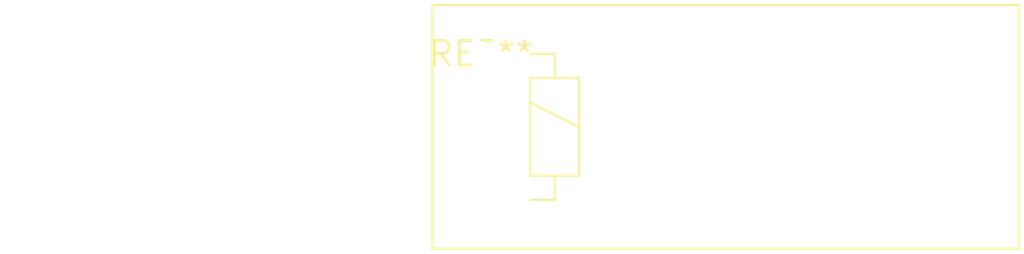
<source format=kicad_pcb>
(kicad_pcb (version 20240108) (generator pcbnew)
  (layers (0 "F.Cu" signal) (31 "B.Cu" signal) (34 "B.Paste" user) (35 "F.Paste" user) (36 "B.SilkS" user "B.Silkscreen") (37 "F.SilkS" user "F.Silkscreen") (38 "B.Mask" user) (39 "F.Mask" user) (44 "Edge.Cuts" user))
  (net 0 "")
  (footprint "Relay_SPDT_Schrack-RP-II-1-16A-FormC_RM5mm" (layer "F.Cu") (at 0 0)
    (property "Reference" "REF**")
    (property "Value" "Relay_SPDT_Schrack-RP-II-1-16A-FormC_RM5mm")
    (fp_line (start -2.54 -2.54) (end 27.94 -2.54) (layer "F.SilkS") (stroke (width 0.12)))
    (fp_line (start -2.54 10.16) (end -2.54 -2.54) (layer "F.SilkS") (stroke (width 0.12)))
    (fp_line (start 2.54 0) (end 3.81 0) (layer "F.SilkS") (stroke (width 0.12)))
    (fp_line (start 2.54 1.27) (end 3.81 1.27) (layer "F.SilkS") (stroke (width 0.12)))
    (fp_line (start 2.54 2.54) (end 5.08 3.81) (layer "F.SilkS") (stroke (width 0.12)))
    (fp_line (start 2.54 6.35) (end 2.54 1.27) (layer "F.SilkS") (stroke (width 0.12)))
    (fp_line (start 3.81 0) (end 3.81 1.27) (layer "F.SilkS") (stroke (width 0.12)))
    (fp_line (start 3.81 1.27) (end 5.08 1.27) (layer "F.SilkS") (stroke (width 0.12)))
    (fp_line (start 3.81 6.35) (end 3.81 7.62) (layer "F.SilkS") (stroke (width 0.12)))
    (fp_line (start 3.81 7.62) (end 2.54 7.62) (layer "F.SilkS") (stroke (width 0.12)))
    (fp_line (start 5.08 1.27) (end 5.08 6.35) (layer "F.SilkS") (stroke (width 0.12)))
    (fp_line (start 5.08 6.35) (end 2.54 6.35) (layer "F.SilkS") (stroke (width 0.12)))
    (fp_line (start 27.94 -2.54) (end 27.94 10.16) (layer "F.SilkS") (stroke (width 0.12)))
    (fp_line (start 27.94 10.16) (end -2.54 10.16) (layer "F.SilkS") (stroke (width 0.12)))
    (pad "11" thru_hole circle (at 20.32 0) (size 3 3) (drill 1.3) (layers *.Cu *.Mask) (remove_unused_layers))
    (pad "11" thru_hole circle (at 20.32 7.62) (size 3 3) (drill 1.3) (layers *.Cu *.Mask) (remove_unused_layers))
    (pad "12" thru_hole circle (at 15.32 0) (size 3 3) (drill 1.3) (layers *.Cu *.Mask) (remove_unused_layers))
    (pad "12" thru_hole circle (at 15.32 7.62) (size 3 3) (drill 1.3) (layers *.Cu *.Mask) (remove_unused_layers))
    (pad "14" thru_hole circle (at 25.32 0) (size 3 3) (drill 1.3) (layers *.Cu *.Mask) (remove_unused_layers))
    (pad "14" thru_hole circle (at 25.32 7.62) (size 3 3) (drill 1.3) (layers *.Cu *.Mask) (remove_unused_layers))
    (pad "A1" thru_hole circle (at 0 0) (size 3 3) (drill 1.3) (layers *.Cu *.Mask) (remove_unused_layers))
    (pad "A2" thru_hole circle (at 0 7.62) (size 3 3) (drill 1.3) (layers *.Cu *.Mask) (remove_unused_layers))
  )
)
</source>
